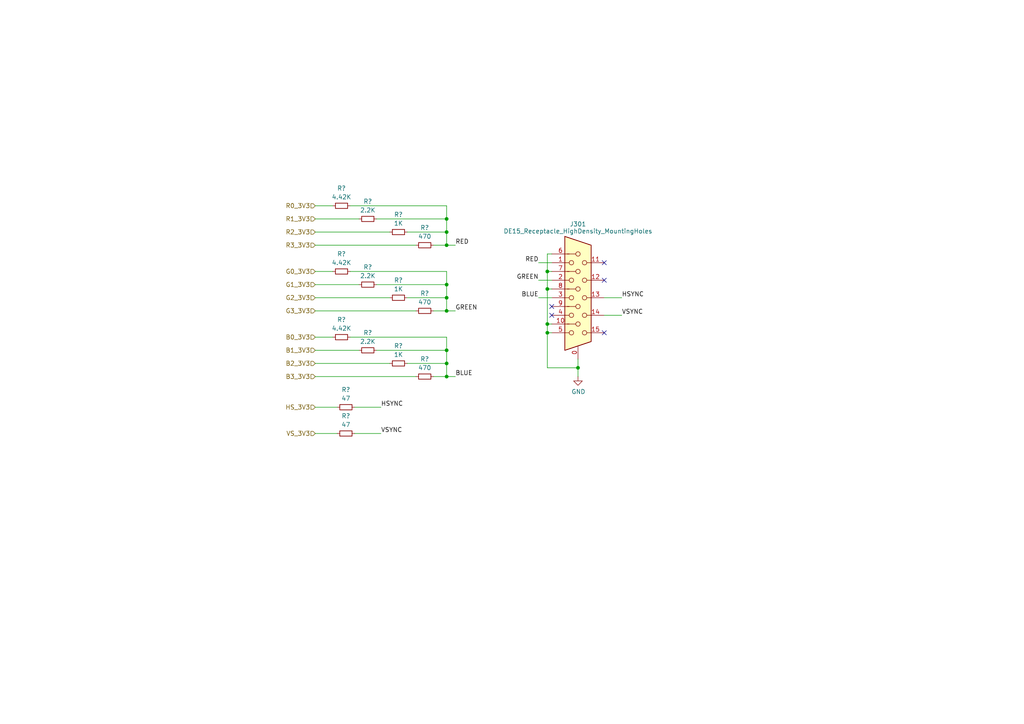
<source format=kicad_sch>
(kicad_sch (version 20230121) (generator eeschema)
  (paper "A4")
  (lib_symbols
    (symbol "Connector:DE15_Receptacle_HighDensity_MountingHoles" (pin_names (offset 1.016) hide)
      (property "Reference" "J" (at 0 21.59 0))
      (property "Value" "DE15_Receptacle_HighDensity_MountingHoles" (at 0 19.05 0))
      (symbol "DE15_Receptacle_HighDensity_MountingHoles_0_1"
        (circle (center -1.905 -10.16) (radius 0.635))
        (circle (center -1.905 -5.08) (radius 0.635))
        (circle (center -1.905 0) (radius 0.635))
        (circle (center -1.905 5.08) (radius 0.635))
        (circle (center -1.905 10.16) (radius 0.635))
        (circle (center 0 -7.62) (radius 0.635))
        (circle (center 0 -2.54) (radius 0.635))
        (polyline (pts (xy -3.175 7.62) (xy -0.635 7.62)))
        (polyline (pts (xy -0.635 -7.62) (xy -3.175 -7.62)))
        (polyline (pts (xy -0.635 -2.54) (xy -3.175 -2.54)))
        (polyline (pts (xy -0.635 2.54) (xy -3.175 2.54)))
        (polyline (pts (xy -0.635 12.7) (xy -3.175 12.7)))
        (polyline (pts (xy -3.81 17.78) (xy -3.81 -15.24) (xy 3.81 -12.7) (xy 3.81 15.24) (xy -3.81 17.78)) (stroke (width 0.254)) (fill (type background)))
        (circle (center 0 2.54) (radius 0.635))
        (circle (center 0 7.62) (radius 0.635))
        (circle (center 0 12.7) (radius 0.635))
        (circle (center 1.905 -10.16) (radius 0.635))
        (circle (center 1.905 -5.08) (radius 0.635))
        (circle (center 1.905 0) (radius 0.635))
        (circle (center 1.905 5.08) (radius 0.635))
        (circle (center 1.905 10.16) (radius 0.635))
      )
      (symbol "DE15_Receptacle_HighDensity_MountingHoles_1_1"
        (pin passive line (at 0 -17.78 90) (length 3.81) (name "~") (number "0"))
        (pin passive line (at -7.62 10.16 0) (length 5.08) (name "~") (number "1"))
        (pin passive line (at -7.62 -7.62 0) (length 5.08) (name "~") (number "10"))
        (pin passive line (at 7.62 10.16 180) (length 5.08) (name "~") (number "11"))
        (pin passive line (at 7.62 5.08 180) (length 5.08) (name "~") (number "12"))
        (pin passive line (at 7.62 0 180) (length 5.08) (name "~") (number "13"))
        (pin passive line (at 7.62 -5.08 180) (length 5.08) (name "~") (number "14"))
        (pin passive line (at 7.62 -10.16 180) (length 5.08) (name "~") (number "15"))
        (pin passive line (at -7.62 5.08 0) (length 5.08) (name "~") (number "2"))
        (pin passive line (at -7.62 0 0) (length 5.08) (name "~") (number "3"))
        (pin passive line (at -7.62 -5.08 0) (length 5.08) (name "~") (number "4"))
        (pin passive line (at -7.62 -10.16 0) (length 5.08) (name "~") (number "5"))
        (pin passive line (at -7.62 12.7 0) (length 5.08) (name "~") (number "6"))
        (pin passive line (at -7.62 7.62 0) (length 5.08) (name "~") (number "7"))
        (pin passive line (at -7.62 2.54 0) (length 5.08) (name "~") (number "8"))
        (pin passive line (at -7.62 -2.54 0) (length 5.08) (name "~") (number "9"))
      )
    )
    (symbol "Device:R_Small" (pin_numbers hide) (pin_names (offset 0.254) hide)
      (property "Reference" "R" (at 0.762 0.508 0))
      (property "Value" "R_Small" (at 0.762 -1.016 0))
      (symbol "R_Small_0_1"
        (rectangle (start -0.762 1.778) (end 0.762 -1.778) (stroke (width 0.2032)))
      )
      (symbol "R_Small_1_1"
        (pin passive line (at 0 2.54 270) (length 0.762) (name "~") (number "1"))
        (pin passive line (at 0 -2.54 90) (length 0.762) (name "~") (number "2"))
      )
    )
    (symbol "power:GND" (power) (pin_names (offset 0))
      (property "Value" "GND" (at 0 -3.81 0))
      (symbol "GND_0_1"
        (polyline (pts (xy 0 0) (xy 0 -1.27) (xy 1.27 -1.27) (xy 0 -2.54) (xy -1.27 -1.27) (xy 0 -1.27)))
      )
      (symbol "GND_1_1"
        (pin power_in line (at 0 0 270) (length 0) hide (name "GND") (number "1"))
      )
    )
  )
  (junction (at 129.54 71.12))
  (junction (at 129.54 82.55))
  (junction (at 129.54 105.41))
  (junction (at 158.75 78.74))
  (junction (at 129.54 101.6))
  (junction (at 129.54 90.17))
  (junction (at 129.54 86.36))
  (junction (at 158.75 96.52))
  (junction (at 129.54 63.5))
  (junction (at 129.54 67.31))
  (junction (at 129.54 109.22))
  (junction (at 158.75 93.98))
  (junction (at 167.64 106.68))
  (junction (at 158.75 83.82))
  (no_connect (at 160.02 91.44))
  (no_connect (at 175.26 81.28))
  (no_connect (at 175.26 76.2))
  (no_connect (at 175.26 96.52))
  (no_connect (at 160.02 88.9))
  (wire (pts (xy 158.75 106.68) (xy 167.64 106.68)))
  (wire (pts (xy 129.54 63.5) (xy 129.54 59.69)))
  (wire (pts (xy 118.11 105.41) (xy 129.54 105.41)))
  (wire (pts (xy 96.52 97.79) (xy 91.44 97.79)))
  (wire (pts (xy 156.21 76.2) (xy 160.02 76.2)))
  (wire (pts (xy 129.54 97.79) (xy 101.6 97.79)))
  (wire (pts (xy 129.54 67.31) (xy 129.54 71.12)))
  (wire (pts (xy 129.54 109.22) (xy 125.73 109.22)))
  (wire (pts (xy 158.75 78.74) (xy 158.75 83.82)))
  (wire (pts (xy 120.65 109.22) (xy 91.44 109.22)))
  (wire (pts (xy 160.02 93.98) (xy 158.75 93.98)))
  (wire (pts (xy 160.02 73.66) (xy 158.75 73.66)))
  (wire (pts (xy 110.49 118.11) (xy 102.87 118.11)))
  (wire (pts (xy 91.44 59.69) (xy 96.52 59.69)))
  (wire (pts (xy 104.14 82.55) (xy 91.44 82.55)))
  (wire (pts (xy 113.03 67.31) (xy 91.44 67.31)))
  (wire (pts (xy 167.64 106.68) (xy 167.64 104.14)))
  (wire (pts (xy 158.75 73.66) (xy 158.75 78.74)))
  (wire (pts (xy 158.75 93.98) (xy 158.75 96.52)))
  (wire (pts (xy 129.54 82.55) (xy 109.22 82.55)))
  (wire (pts (xy 97.79 125.73) (xy 91.44 125.73)))
  (wire (pts (xy 104.14 63.5) (xy 91.44 63.5)))
  (wire (pts (xy 158.75 96.52) (xy 158.75 106.68)))
  (wire (pts (xy 129.54 67.31) (xy 129.54 63.5)))
  (wire (pts (xy 132.08 71.12) (xy 129.54 71.12)))
  (wire (pts (xy 160.02 78.74) (xy 158.75 78.74)))
  (wire (pts (xy 97.79 118.11) (xy 91.44 118.11)))
  (wire (pts (xy 120.65 71.12) (xy 91.44 71.12)))
  (wire (pts (xy 118.11 86.36) (xy 129.54 86.36)))
  (wire (pts (xy 110.49 125.73) (xy 102.87 125.73)))
  (wire (pts (xy 132.08 109.22) (xy 129.54 109.22)))
  (wire (pts (xy 129.54 86.36) (xy 129.54 82.55)))
  (wire (pts (xy 129.54 101.6) (xy 109.22 101.6)))
  (wire (pts (xy 113.03 86.36) (xy 91.44 86.36)))
  (wire (pts (xy 129.54 105.41) (xy 129.54 109.22)))
  (wire (pts (xy 101.6 59.69) (xy 129.54 59.69)))
  (wire (pts (xy 129.54 86.36) (xy 129.54 90.17)))
  (wire (pts (xy 132.08 90.17) (xy 129.54 90.17)))
  (wire (pts (xy 104.14 101.6) (xy 91.44 101.6)))
  (wire (pts (xy 129.54 82.55) (xy 129.54 78.74)))
  (wire (pts (xy 160.02 96.52) (xy 158.75 96.52)))
  (wire (pts (xy 129.54 101.6) (xy 129.54 97.79)))
  (wire (pts (xy 160.02 83.82) (xy 158.75 83.82)))
  (wire (pts (xy 113.03 105.41) (xy 91.44 105.41)))
  (wire (pts (xy 129.54 63.5) (xy 109.22 63.5)))
  (wire (pts (xy 175.26 86.36) (xy 180.34 86.36)))
  (wire (pts (xy 156.21 81.28) (xy 160.02 81.28)))
  (wire (pts (xy 96.52 78.74) (xy 91.44 78.74)))
  (wire (pts (xy 118.11 67.31) (xy 129.54 67.31)))
  (wire (pts (xy 129.54 78.74) (xy 101.6 78.74)))
  (wire (pts (xy 158.75 83.82) (xy 158.75 93.98)))
  (wire (pts (xy 129.54 90.17) (xy 125.73 90.17)))
  (wire (pts (xy 129.54 105.41) (xy 129.54 101.6)))
  (wire (pts (xy 129.54 71.12) (xy 125.73 71.12)))
  (wire (pts (xy 120.65 90.17) (xy 91.44 90.17)))
  (wire (pts (xy 167.64 109.22) (xy 167.64 106.68)))
  (wire (pts (xy 180.34 91.44) (xy 175.26 91.44)))
  (wire (pts (xy 160.02 86.36) (xy 156.21 86.36)))
  (label "VSYNC" (at 110.49 125.73 0))
  (label "GREEN" (at 132.08 90.17 0))
  (label "RED" (at 156.21 76.2 180))
  (label "VSYNC" (at 180.34 91.44 0))
  (label "BLUE" (at 156.21 86.36 180))
  (label "HSYNC" (at 110.49 118.11 0))
  (label "BLUE" (at 132.08 109.22 0))
  (label "GREEN" (at 156.21 81.28 180))
  (label "HSYNC" (at 180.34 86.36 0))
  (label "RED" (at 132.08 71.12 0))
  (hierarchical_label "G2_3V3" (shape input) (at 91.44 86.36 180))
  (hierarchical_label "R0_3V3" (shape input) (at 91.44 59.69 180))
  (hierarchical_label "B1_3V3" (shape input) (at 91.44 101.6 180))
  (hierarchical_label "R3_3V3" (shape input) (at 91.44 71.12 180))
  (hierarchical_label "B3_3V3" (shape input) (at 91.44 109.22 180))
  (hierarchical_label "G3_3V3" (shape input) (at 91.44 90.17 180))
  (hierarchical_label "R1_3V3" (shape input) (at 91.44 63.5 180))
  (hierarchical_label "R2_3V3" (shape input) (at 91.44 67.31 180))
  (hierarchical_label "G1_3V3" (shape input) (at 91.44 82.55 180))
  (hierarchical_label "B2_3V3" (shape input) (at 91.44 105.41 180))
  (hierarchical_label "VS_3V3" (shape input) (at 91.44 125.73 180))
  (hierarchical_label "G0_3V3" (shape input) (at 91.44 78.74 180))
  (hierarchical_label "HS_3V3" (shape input) (at 91.44 118.11 180))
  (hierarchical_label "B0_3V3" (shape input) (at 91.44 97.79 180))
  (symbol (lib_id "Device:R_Small") (at 106.68 63.5 270) (mirror x) (unit 1)
    (property "Reference" "R?" (at 106.68 58.42 90))
    (property "Value" "2.2K" (at 106.68 60.96 90))
    (property "Footprint" "Resistor_SMD:R_0603_1608Metric_Pad0.98x0.95mm_HandSolder" (effects hide))
    (property "LCSC" "C3016472" (effects hide))
    (instances (project "14-z80-flash" (path "" (reference "R?") (unit 1)) (path "" (reference "R47") (unit 1))) (project "tn_vdp_v1_compact" (path "" (reference "R2") (unit 1))))
  )
  (symbol (lib_id "Device:R_Small") (at 100.33 125.73 270) (mirror x) (unit 1)
    (property "Reference" "R?" (at 100.33 120.65 90))
    (property "Value" "47" (at 100.33 123.19 90))
    (property "Footprint" "Resistor_SMD:R_0603_1608Metric_Pad0.98x0.95mm_HandSolder" (effects hide))
    (property "LCSC" "C3016437" (effects hide))
    (instances (project "14-z80-flash" (path "" (reference "R?") (unit 1)) (path "" (reference "R46") (unit 1))) (project "tn_vdp_v1_compact" (path "" (reference "R14") (unit 1))))
  )
  (symbol (lib_id "Device:R_Small") (at 115.57 67.31 270) (mirror x) (unit 1)
    (property "Reference" "R?" (at 115.57 62.23 90))
    (property "Value" "1K" (at 115.57 64.77 90))
    (property "Footprint" "Resistor_SMD:R_0603_1608Metric_Pad0.98x0.95mm_HandSolder" (effects hide))
    (property "LCSC" "C3016283" (effects hide))
    (instances (project "14-z80-flash" (path "" (reference "R?") (unit 1)) (path "" (reference "R50") (unit 1))) (project "tn_vdp_v1_compact" (path "" (reference "R3") (unit 1))))
  )
  (symbol (lib_id "Device:R_Small") (at 115.57 86.36 270) (mirror x) (unit 1)
    (property "Reference" "R?" (at 115.57 81.28 90))
    (property "Value" "1K" (at 115.57 83.82 90))
    (property "Footprint" "Resistor_SMD:R_0603_1608Metric_Pad0.98x0.95mm_HandSolder" (effects hide))
    (property "LCSC" "C3016283" (effects hide))
    (instances (project "14-z80-flash" (path "" (reference "R?") (unit 1)) (path "" (reference "R51") (unit 1))) (project "tn_vdp_v1_compact" (path "" (reference "R7") (unit 1))))
  )
  (symbol (lib_id "power:GND") (at 167.64 109.22 0) (unit 1)
    (property "Reference" "#PWR0135" (effects hide))
    (property "Value" "GND" (at 167.767 113.6142 0))
    (instances (project "14-z80-flash" (path "" (reference "#PWR0135") (unit 1)) (path "" (reference "#PWR0147") (unit 1))) (project "AppleII-Pico" (path "" (reference "#PWR0101") (unit 1))) (project "tn_vdp_v1_compact" (path "" (reference "#PWR019") (unit 1))))
  )
  (symbol (lib_id "Device:R_Small") (at 123.19 90.17 270) (mirror x) (unit 1)
    (property "Reference" "R?" (at 123.19 85.09 90))
    (property "Value" "470" (at 123.19 87.63 90))
    (property "Footprint" "Resistor_SMD:R_0603_1608Metric_Pad0.98x0.95mm_HandSolder" (effects hide))
    (property "LCSC" "C103660" (effects hide))
    (instances (project "14-z80-flash" (path "" (reference "R?") (unit 1)) (path "" (reference "R54") (unit 1))) (project "tn_vdp_v1_compact" (path "" (reference "R8") (unit 1))))
  )
  (symbol (lib_id "Connector:DE15_Receptacle_HighDensity_MountingHoles") (at 167.64 86.36 0) (unit 1)
    (property "Reference" "J301" (at 167.64 65 0))
    (property "Value" "DE15_Receptacle_HighDensity_MountingHoles" (at 167.64 67.048 0))
    (property "Footprint" "Connector_Dsub:DSUB-15-HD_Female_Horizontal_P2.29x1.98mm_EdgePinOffset3.03mm_Housed_MountingHolesOffset4.94mm" (effects hide))
    (property "Datasheet" " ~" (effects hide))
  )
  (symbol (lib_id "Device:R_Small") (at 99.06 78.74 270) (mirror x) (unit 1)
    (property "Reference" "R?" (at 99.06 73.66 90))
    (property "Value" "4.42K" (at 99.06 76.2 90))
    (property "Footprint" "Resistor_SMD:R_0603_1608Metric_Pad0.98x0.95mm_HandSolder" (effects hide))
    (property "LCSC" "C5140130" (effects hide))
    (instances (project "14-z80-flash" (path "" (reference "R?") (unit 1)) (path "" (reference "R43") (unit 1))) (project "tn_vdp_v1_compact" (path "" (reference "R5") (unit 1))))
  )
  (symbol (lib_id "Device:R_Small") (at 123.19 109.22 270) (mirror x) (unit 1)
    (property "Reference" "R?" (at 123.19 104.14 90))
    (property "Value" "470" (at 123.19 106.68 90))
    (property "Footprint" "Resistor_SMD:R_0603_1608Metric_Pad0.98x0.95mm_HandSolder" (effects hide))
    (property "LCSC" "C103660" (effects hide))
    (instances (project "14-z80-flash" (path "" (reference "R?") (unit 1)) (path "" (reference "R55") (unit 1))) (project "tn_vdp_v1_compact" (path "" (reference "R12") (unit 1))))
  )
  (symbol (lib_id "Device:R_Small") (at 123.19 71.12 270) (mirror x) (unit 1)
    (property "Reference" "R?" (at 123.19 66.04 90))
    (property "Value" "470" (at 123.19 68.58 90))
    (property "Footprint" "Resistor_SMD:R_0603_1608Metric_Pad0.98x0.95mm_HandSolder" (effects hide))
    (property "LCSC" "C103660" (effects hide))
    (instances (project "14-z80-flash" (path "" (reference "R?") (unit 1)) (path "" (reference "R53") (unit 1))) (project "tn_vdp_v1_compact" (path "" (reference "R4") (unit 1))))
  )
  (symbol (lib_id "Device:R_Small") (at 99.06 59.69 270) (mirror x) (unit 1)
    (property "Reference" "R?" (at 99.06 54.61 90))
    (property "Value" "4.42K" (at 99.06 57.15 90))
    (property "Footprint" "Resistor_SMD:R_0603_1608Metric_Pad0.98x0.95mm_HandSolder" (effects hide))
    (property "LCSC" "C5140130" (effects hide))
    (instances (project "14-z80-flash" (path "" (reference "R?") (unit 1)) (path "" (reference "R42") (unit 1))) (project "tn_vdp_v1_compact" (path "" (reference "R1") (unit 1))))
  )
  (symbol (lib_id "Device:R_Small") (at 106.68 101.6 270) (mirror x) (unit 1)
    (property "Reference" "R?" (at 106.68 96.52 90))
    (property "Value" "2.2K" (at 106.68 99.06 90))
    (property "Footprint" "Resistor_SMD:R_0603_1608Metric_Pad0.98x0.95mm_HandSolder" (effects hide))
    (property "LCSC" "C3016472" (effects hide))
    (instances (project "14-z80-flash" (path "" (reference "R?") (unit 1)) (path "" (reference "R49") (unit 1))) (project "tn_vdp_v1_compact" (path "" (reference "R10") (unit 1))))
  )
  (symbol (lib_id "Device:R_Small") (at 99.06 97.79 270) (mirror x) (unit 1)
    (property "Reference" "R?" (at 99.06 92.71 90))
    (property "Value" "4.42K" (at 99.06 95.25 90))
    (property "Footprint" "Resistor_SMD:R_0603_1608Metric_Pad0.98x0.95mm_HandSolder" (effects hide))
    (property "LCSC" "C5140130" (effects hide))
    (instances (project "14-z80-flash" (path "" (reference "R?") (unit 1)) (path "" (reference "R44") (unit 1))) (project "tn_vdp_v1_compact" (path "" (reference "R9") (unit 1))))
  )
  (symbol (lib_id "Device:R_Small") (at 115.57 105.41 270) (mirror x) (unit 1)
    (property "Reference" "R?" (at 115.57 100.33 90))
    (property "Value" "1K" (at 115.57 102.87 90))
    (property "Footprint" "Resistor_SMD:R_0603_1608Metric_Pad0.98x0.95mm_HandSolder" (effects hide))
    (property "LCSC" "C3016283" (effects hide))
    (instances (project "14-z80-flash" (path "" (reference "R?") (unit 1)) (path "" (reference "R52") (unit 1))) (project "tn_vdp_v1_compact" (path "" (reference "R11") (unit 1))))
  )
  (symbol (lib_id "Device:R_Small") (at 106.68 82.55 270) (mirror x) (unit 1)
    (property "Reference" "R?" (at 106.68 77.47 90))
    (property "Value" "2.2K" (at 106.68 80.01 90))
    (property "Footprint" "Resistor_SMD:R_0603_1608Metric_Pad0.98x0.95mm_HandSolder" (effects hide))
    (property "LCSC" "C3016472" (effects hide))
    (instances (project "14-z80-flash" (path "" (reference "R?") (unit 1)) (path "" (reference "R48") (unit 1))) (project "tn_vdp_v1_compact" (path "" (reference "R6") (unit 1))))
  )
  (symbol (lib_id "Device:R_Small") (at 100.33 118.11 270) (mirror x) (unit 1)
    (property "Reference" "R?" (at 100.33 113.03 90))
    (property "Value" "47" (at 100.33 115.57 90))
    (property "Footprint" "Resistor_SMD:R_0603_1608Metric_Pad0.98x0.95mm_HandSolder" (effects hide))
    (property "LCSC" "C3016437" (effects hide))
    (instances (project "14-z80-flash" (path "" (reference "R?") (unit 1)) (path "" (reference "R45") (unit 1))) (project "tn_vdp_v1_compact" (path "" (reference "R13") (unit 1))))
  )
)
</source>
